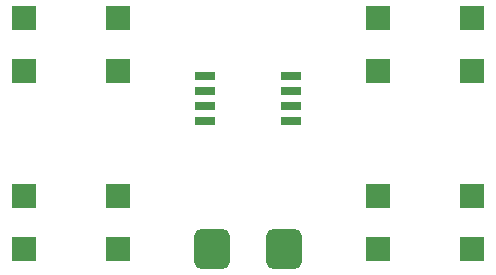
<source format=gbr>
%TF.GenerationSoftware,KiCad,Pcbnew,8.0.3*%
%TF.CreationDate,2024-08-18T16:24:04+10:00*%
%TF.ProjectId,tetris_03,74657472-6973-45f3-9033-2e6b69636164,rev?*%
%TF.SameCoordinates,Original*%
%TF.FileFunction,Paste,Top*%
%TF.FilePolarity,Positive*%
%FSLAX46Y46*%
G04 Gerber Fmt 4.6, Leading zero omitted, Abs format (unit mm)*
G04 Created by KiCad (PCBNEW 8.0.3) date 2024-08-18 16:24:04*
%MOMM*%
%LPD*%
G01*
G04 APERTURE LIST*
G04 Aperture macros list*
%AMRoundRect*
0 Rectangle with rounded corners*
0 $1 Rounding radius*
0 $2 $3 $4 $5 $6 $7 $8 $9 X,Y pos of 4 corners*
0 Add a 4 corners polygon primitive as box body*
4,1,4,$2,$3,$4,$5,$6,$7,$8,$9,$2,$3,0*
0 Add four circle primitives for the rounded corners*
1,1,$1+$1,$2,$3*
1,1,$1+$1,$4,$5*
1,1,$1+$1,$6,$7*
1,1,$1+$1,$8,$9*
0 Add four rect primitives between the rounded corners*
20,1,$1+$1,$2,$3,$4,$5,0*
20,1,$1+$1,$4,$5,$6,$7,0*
20,1,$1+$1,$6,$7,$8,$9,0*
20,1,$1+$1,$8,$9,$2,$3,0*%
G04 Aperture macros list end*
%ADD10R,2.000000X2.000000*%
%ADD11R,1.700000X0.650000*%
%ADD12RoundRect,0.535713X-0.964287X-1.139287X0.964287X-1.139287X0.964287X1.139287X-0.964287X1.139287X0*%
G04 APERTURE END LIST*
D10*
%TO.C,RIGHT*%
X147475000Y-48750000D03*
X139525000Y-48750000D03*
X147475000Y-44250000D03*
X139525000Y-44250000D03*
%TD*%
%TO.C,LEFT*%
X117475000Y-48750000D03*
X109525000Y-48750000D03*
X117475000Y-44250000D03*
X109525000Y-44250000D03*
%TD*%
D11*
%TO.C,ATTINY85*%
X132150000Y-52905000D03*
X132150000Y-51635000D03*
X132150000Y-50365000D03*
X132150000Y-49095000D03*
X124850000Y-49095000D03*
X124850000Y-50365000D03*
X124850000Y-51635000D03*
X124850000Y-52905000D03*
%TD*%
D10*
%TO.C,ROTATE*%
X139550000Y-59250000D03*
X147500000Y-59250000D03*
X139550000Y-63750000D03*
X147500000Y-63750000D03*
%TD*%
%TO.C,DROP*%
X109550000Y-59250000D03*
X117500000Y-59250000D03*
X109550000Y-63750000D03*
X117500000Y-63750000D03*
%TD*%
D12*
%TO.C,R1*%
X125450000Y-63750000D03*
X131550000Y-63750000D03*
%TD*%
M02*

</source>
